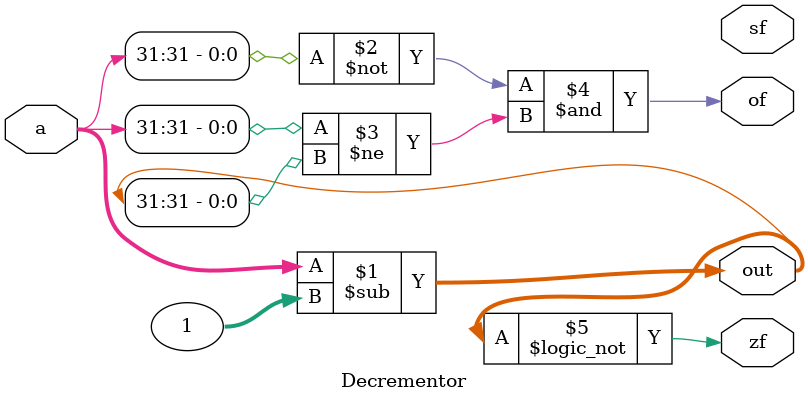
<source format=sv>
`timescale 1ns / 1ps


module Decrementor(
    input logic [31:0] a,
    output logic of, zf, sf,
    output logic[31:0] out
    );
    
    assign out = a - 1;
    assign of = ((a[31] == 0) & (a[31]!=out[31]));
    assign zf = (out == 0);
    //assign sf = 
    
endmodule

</source>
